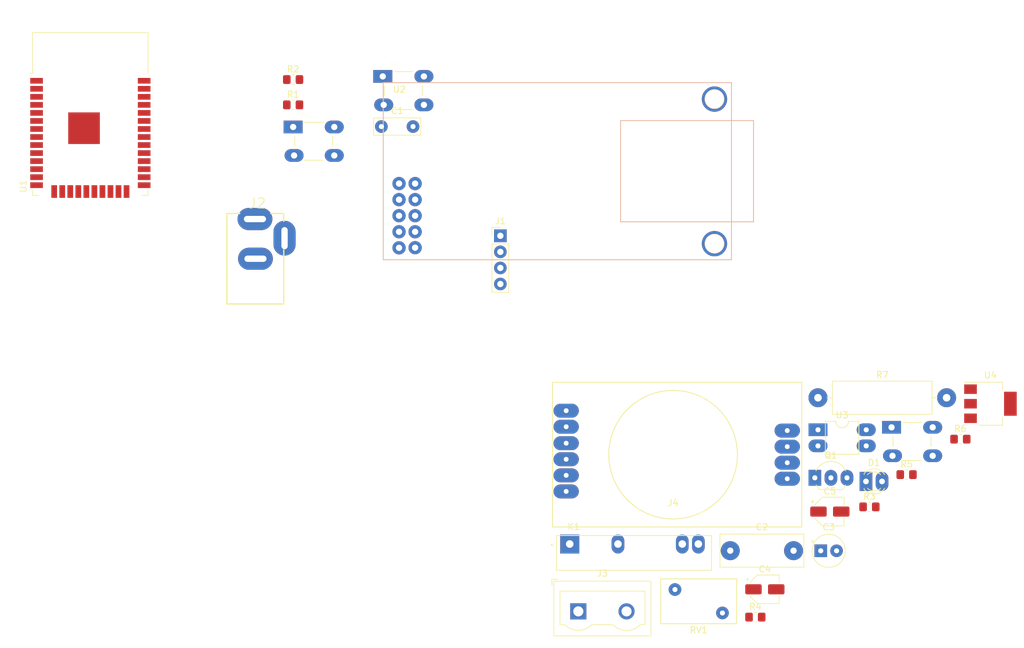
<source format=kicad_pcb>
(kicad_pcb (version 20211014) (generator pcbnew)
  (layers (0 "F.Cu" signal) (31 "B.Cu" signal) (34 "B.Paste" user) (35 "F.Paste" user) (36 "B.SilkS" user "B.Silkscreen") (37 "F.SilkS" user "F.Silkscreen") (38 "B.Mask" user) (39 "F.Mask" user) (44 "Edge.Cuts" user))
  (net 0 "")
  (net 1 "RX_Uploader")
  (net 2 "+3V3")
  (net 3 "Button_EN")
  (net 9 "/VAC-OUT2")
  (net 13 "/AC_SENS_IN_1")
  (net 24 "Button_boot")
  (net 26 "SENSOR1")
  (net 28 "+5V")
  (net 29 "Net-(D1-Pad2)")
  (net 30 "Net-(D1-Pad1)")
  (net 32 "AC")
  (net 33 "TX_Uploader")
  (net 34 "SCL_RTC")
  (net 35 "SDA_RTC")
  (net 36 "GND")
  (net 44 "VAC")
  (net 45 "Net-(Q1-Pad2)")
  (net 46 "Button_Reset")
  (net 47 "OUT1")
  (net 48 "/AC_SENS_OUT_1")
  (net 51 "SCS_LAN")
  (net 52 "RST_LAN")
  (net 53 "CLK")
  (net 54 "MOSI")
  (net 55 "MISO")
  (footprint "Resistor_SMD:R_0805_2012Metric_Pad1.20x1.40mm_HandSolder" (layer "F.Cu") (at 231.549 145.379)
    (fp_text reference "R4" (at 0 -1.65) (layer "F.SilkS"))
    (fp_text value "1k")
    (fp_line (start -0.227064 -0.735) (end 0.227064 -0.735) (layer "F.SilkS") (width 0.12))
    (fp_line (start -0.227064 0.735) (end 0.227064 0.735) (layer "F.SilkS") (width 0.12))
    (pad "1" smd roundrect (at -1 0) (size 1.2 1.4) (layers "F.Cu" "F.Paste" "F.Mask") (roundrect_rratio 0.208333) (net 28 "+5V"))
    (pad "2" smd roundrect (at 1 0) (size 1.2 1.4) (layers "F.Cu" "F.Paste" "F.Mask") (roundrect_rratio 0.208333) (net 29 "Net-(D1-Pad2)"))
  )
  (footprint "custom-footprint:CP_Radial_Tantal_D5.0mm_P2.50mm" (layer "F.Cu") (at 241.878775 134.889)
    (fp_text reference "C3" (at 1.25 -3.75) (layer "F.SilkS"))
    (fp_text value "1uF/16V")
    (fp_line (start -1.304775 -1.725) (end -1.304775 -1.225) (layer "F.SilkS") (width 0.12))
    (fp_line (start -1.554775 -1.475) (end -1.054775 -1.475) (layer "F.SilkS") (width 0.12))
    (fp_circle (center 1.25 0) (end 3.87 0) (layer "F.SilkS") (width 0.12) (fill none))
    (pad "1" thru_hole rect locked (at 0 0) (size 2 2) (drill 0.8) (layers *.Cu *.Mask) (net 26 "SENSOR1"))
    (pad "2" thru_hole circle locked (at 2.5 0) (size 2 2) (drill 0.8) (layers *.Cu *.Mask) (net 36 "GND"))
  )
  (footprint "custom-footprint:TO-92_Inline_Wide" (layer "F.Cu") (at 240.944 123.354)
    (fp_text reference "Q1" (at 2.54 -3.56) (layer "F.SilkS"))
    (fp_text value "BC547")
    (fp_line (start 0.74 1.85) (end 4.34 1.85) (layer "F.SilkS") (width 0.12))
    (fp_arc (start 4.864184 1.122795) (mid 4.633903 1.509328) (end 4.34 1.85) (layer "F.SilkS") (width 0.12))
    (fp_arc (start 0.74 1.85) (mid 0.446097 1.509328) (end 0.215816 1.122795) (layer "F.SilkS") (width 0.12))
    (fp_arc (start 0.1836 -1.098807) (mid 1.143021 -2.192817) (end 2.54 -2.6) (layer "F.SilkS") (width 0.12))
    (fp_arc (start 2.54 -2.6) (mid 3.936979 -2.192818) (end 4.8964 -1.098807) (layer "F.SilkS") (width 0.12))
    (pad "1" thru_hole rect locked (at 0 0) (size 2 2.5) (drill 0.8) (layers *.Cu *.Mask) (net 30 "Net-(D1-Pad1)"))
    (pad "2" thru_hole oval locked (at 2.54 0) (size 2 2.5) (drill 0.8) (layers *.Cu *.Mask) (net 45 "Net-(Q1-Pad2)"))
    (pad "3" thru_hole oval locked (at 5.08 0) (size 2 2.5) (drill 0.8) (layers *.Cu *.Mask) (net 36 "GND"))
  )
  (footprint "Resistor_SMD:R_0805_2012Metric_Pad1.20x1.40mm_HandSolder" (layer "F.Cu") (at 249.569 127.949)
    (fp_text reference "R3" (at 0 -1.65) (layer "F.SilkS"))
    (fp_text value "10K")
    (fp_line (start -0.227064 0.735) (end 0.227064 0.735) (layer "F.SilkS") (width 0.12))
    (fp_line (start -0.227064 -0.735) (end 0.227064 -0.735) (layer "F.SilkS") (width 0.12))
    (pad "1" smd roundrect (at -1 0) (size 1.2 1.4) (layers "F.Cu" "F.Paste" "F.Mask") (roundrect_rratio 0.208333) (net 46 "Button_Reset"))
    (pad "2" smd roundrect (at 1 0) (size 1.2 1.4) (layers "F.Cu" "F.Paste" "F.Mask") (roundrect_rratio 0.208333) (net 2 "+3V3"))
  )
  (footprint "custom-footprint:TE_3-1825910-1" (layer "F.Cu") (at 256.314 117.624)
    (fp_text reference "SW3" (at -1.219648 -4.182039 -180) (layer "F.SilkS") (effects (font (size 0.640864 0.640864) (thickness 0.015))))
    (fp_text value "MODE")
    (fp_line (start 3 -0.75) (end 3 0.75) (layer "F.SilkS") (width 0.127))
    (fp_line (start -1.5 3) (end 1.5 3) (layer "F.SilkS") (width 0.127))
    (fp_line (start -3 0.75) (end -3 -0.75) (layer "F.SilkS") (width 0.127))
    (fp_line (start -1.5 -3) (end 1.5 -3) (layer "F.SilkS") (width 0.127))
    (pad "1" thru_hole rect locked (at -3.25 -2.25) (size 3 2) (drill 0.99) (layers *.Cu *.Mask) (net 46 "Button_Reset"))
    (pad "2" thru_hole oval locked (at 3.25 -2.25) (size 3 2) (drill 0.99) (layers *.Cu *.Mask))
    (pad "3" thru_hole oval locked (at -3.1 2.25) (size 3 2) (drill 0.99) (layers *.Cu *.Mask) (net 36 "GND"))
    (pad "4" thru_hole oval locked (at 3.25 2.25) (size 3 2) (drill 0.99) (layers *.Cu *.Mask))
  )
  (footprint "Capacitor_SMD:CP_Elec_4x3.9" (layer "F.Cu") (at 233.049 140.979)
    (fp_text reference "C4" (at 0 -3.2) (layer "F.SilkS"))
    (fp_text value "10uf")
    (fp_line (start -1.195563 2.26) (end 2.26 2.26) (layer "F.SilkS") (width 0.12))
    (fp_line (start -2.26 1.195563) (end -2.26 1.06) (layer "F.SilkS") (width 0.12))
    (fp_line (start -3 -1.56) (end -2.5 -1.56) (layer "F.SilkS") (width 0.12))
    (fp_line (start -2.75 -1.81) (end -2.75 -1.31) (layer "F.SilkS") (width 0.12))
    (fp_line (start -2.26 1.195563) (end -1.195563 2.26) (layer "F.SilkS") (width 0.12))
    (fp_line (start -2.26 -1.195563) (end -1.195563 -2.26) (layer "F.SilkS") (width 0.12))
    (fp_line (start 2.26 -2.26) (end 2.26 -1.06) (layer "F.SilkS") (width 0.12))
    (fp_line (start 2.26 2.26) (end 2.26 1.06) (layer "F.SilkS") (width 0.12))
    (fp_line (start -2.26 -1.195563) (end -2.26 -1.06) (layer "F.SilkS") (width 0.12))
    (fp_line (start -1.195563 -2.26) (end 2.26 -2.26) (layer "F.SilkS") (width 0.12))
    (pad "1" smd roundrect (at -1.8 0) (size 2.6 1.6) (layers "F.Cu" "F.Paste" "F.Mask") (roundrect_rratio 0.15625) (net 28 "+5V"))
    (pad "2" smd roundrect (at 1.8 0) (size 2.6 1.6) (layers "F.Cu" "F.Paste" "F.Mask") (roundrect_rratio 0.15625) (net 36 "GND"))
  )
  (footprint "custom-footprint:C_Rect_L13.0mm_W5.0mm_P10.00mm_FKS3_FKP3_MKS4" (layer "F.Cu") (at 227.584 134.874)
    (fp_text reference "C2" (at 5 -3.75) (layer "F.SilkS"))
    (fp_text value "47nF/275V")
    (fp_line (start -1.62 -2.62) (end -1.62 2.62) (layer "F.SilkS") (width 0.12))
    (fp_line (start -1.62 -2.62) (end 11.62 -2.62) (layer "F.SilkS") (width 0.12))
    (fp_line (start -1.62 2.62) (end 11.62 2.62) (layer "F.SilkS") (width 0.12))
    (fp_line (start 11.62 -2.62) (end 11.62 2.62) (layer "F.SilkS") (width 0.12))
    (pad "1" thru_hole circle locked (at 0 0) (size 3 3) (drill 1) (layers *.Cu *.Mask) (net 13 "/AC_SENS_IN_1"))
    (pad "2" thru_hole circle locked (at 10 0) (size 3 3) (drill 1) (layers *.Cu *.Mask) (net 9 "/VAC-OUT2"))
  )
  (footprint "custom-footprint:TE_3-1825910-1" (layer "F.Cu") (at 161.776 70.138)
    (fp_text reference "SW1" (at -1.219648 -4.182039 -180) (layer "F.SilkS") (effects (font (size 0.640864 0.640864) (thickness 0.015))))
    (fp_text value "BOOT")
    (fp_line (start -3 0.75) (end -3 -0.75) (layer "F.SilkS") (width 0.127))
    (fp_line (start 3 -0.75) (end 3 0.75) (layer "F.SilkS") (width 0.127))
    (fp_line (start -1.5 3) (end 1.5 3) (layer "F.SilkS") (width 0.127))
    (fp_line (start -1.5 -3) (end 1.5 -3) (layer "F.SilkS") (width 0.127))
    (pad "1" thru_hole rect locked (at -3.25 -2.25) (size 3 2) (drill 0.99) (layers *.Cu *.Mask) (net 24 "Button_boot"))
    (pad "2" thru_hole oval locked (at 3.25 -2.25) (size 3 2) (drill 0.99) (layers *.Cu *.Mask))
    (pad "3" thru_hole oval locked (at -3.1 2.25) (size 3 2) (drill 0.99) (layers *.Cu *.Mask) (net 36 "GND"))
    (pad "4" thru_hole oval locked (at 3.25 2.25) (size 3 2) (drill 0.99) (layers *.Cu *.Mask))
  )
  (footprint "TerminalBlock:TerminalBlock_Wuerth_691311400102_P7.62mm" (layer "F.Cu") (at 203.579 144.469)
    (fp_text reference "J3" (at 3.81 -6) (layer "F.SilkS"))
    (fp_text value "OUTPUT1")
    (fp_line (start 10.53 2.1) (end 10.53 -3.2) (layer "F.SilkS") (width 0.12))
    (fp_line (start -3.87 3.87) (end -3.87 -4.77) (layer "F.SilkS") (width 0.12))
    (fp_line (start -2.89 2.1) (end -2.14 2.1) (layer "F.SilkS") (width 0.12))
    (fp_line (start -2.89 -3.2) (end -2.89 2.1) (layer "F.SilkS") (width 0.12))
    (fp_line (start -4.17 -5.07) (end -3.17 -5.07) (layer "F.SilkS") (width 0.12))
    (fp_line (start 10.53 -3.2) (end -2.89 -3.2) (layer "F.SilkS") (width 0.12))
    (fp_line (start 11.49 3.87) (end -3.87 3.87) (layer "F.SilkS") (width 0.12))
    (fp_line (start -4.17 -5.07) (end -4.17 -4.07) (layer "F.SilkS") (width 0.12))
    (fp_line (start 11.49 -4.77) (end 11.49 3.87) (layer "F.SilkS") (width 0.12))
    (fp_line (start 2.14 2.1) (end 5.46 2.1) (layer "F.SilkS") (width 0.12))
    (fp_line (start 9.78 2.1) (end 10.53 2.1) (layer "F.SilkS") (width 0.12))
    (fp_line (start -3.86 -4.77) (end 11.49 -4.77) (layer "F.SilkS") (width 0.12))
    (fp_arc (start 2.140696 2.099291) (mid 0.000497 2.998266) (end -2.14 2.1) (layer "F.SilkS") (width 0.12))
    (fp_arc (start 9.779492 2.100522) (mid 7.619636 3.012573) (end 5.46 2.1) (layer "F.SilkS") (width 0.12))
    (pad "1" thru_hole rect (at 0 0) (size 2.54 2.54) (drill 1.6) (layers *.Cu *.Mask) (net 9 "/VAC-OUT2"))
    (pad "2" thru_hole circle (at 7.62 0) (size 2.54 2.54) (drill 1.6) (layers *.Cu *.Mask) (net 32 "AC"))
  )
  (footprint "custom-footprint:DIP-4_W7.62mm" (layer "F.Cu") (at 241.444 115.764)
    (fp_text reference "U3" (at 3.81 -2.33) (layer "F.SilkS"))
    (fp_text value "PC817")
    (fp_line (start 2.81 -1.33) (end 1.16 -1.33) (layer "F.SilkS") (width 0.12))
    (fp_line (start 1.16 3.87) (end 6.46 3.87) (layer "F.SilkS") (width 0.12))
    (fp_line (start 6.46 -1.33) (end 4.81 -1.33) (layer "F.SilkS") (width 0.12))
    (fp_line (start 6.46 3.87) (end 6.46 -1.33) (layer "F.SilkS") (width 0.12))
    (fp_line (start 1.16 -1.33) (end 1.16 3.87) (layer "F.SilkS") (width 0.12))
    (fp_arc (start 4.81 -1.33) (mid 3.81 -0.33) (end 2.81 -1.33) (layer "F.SilkS") (width 0.12))
    (pad "1" thru_hole rect locked (at 0 0) (size 3 2) (drill 0.8) (layers *.Cu *.Mask) (net 13 "/AC_SENS_IN_1"))
    (pad "2" thru_hole oval locked (at 0 2.54) (size 3 2) (drill 0.8) (layers *.Cu *.Mask) (net 48 "/AC_SENS_OUT_1"))
    (pad "3" thru_hole oval locked (at 7.62 2.54) (size 3 2) (drill 0.8) (layers *.Cu *.Mask) (net 36 "GND"))
    (pad "4" thru_hole oval locked (at 7.62 0) (size 3 2) (drill 0.8) (layers *.Cu *.Mask) (net 26 "SENSOR1"))
  )
  (footprint "custom-footprint:RV_Disc_D12mm_W7.1mm_P7.5mm" (layer "F.Cu") (at 218.849 141.019)
    (fp_text reference "RV1" (at 3.75 6.4) (layer "F.SilkS"))
    (fp_text value "14N471K")
    (fp_line (start 9.75 -1.7) (end 9.75 5.4) (layer "F.SilkS") (width 0.15))
    (fp_line (start -2.25 -1.7) (end -2.25 5.4) (layer "F.SilkS") (width 0.15))
    (fp_line (start -2.25 -1.7) (end 9.75 -1.7) (layer "F.SilkS") (width 0.15))
    (fp_line (start -2.25 5.4) (end 9.75 5.4) (layer "F.SilkS") (width 0.15))
    (pad "1" thru_hole circle locked (at 0 0) (size 2 2) (drill 0.8) (layers *.Cu *.Mask) (net 32 "AC"))
    (pad "2" thru_hole circle locked (at 7.5 3.7) (size 2 2) (drill 0.8) (layers *.Cu *.Mask) (net 9 "/VAC-OUT2"))
  )
  (footprint "custom-footprint:ethernet-w5500-wiznet" (layer "F.Cu") (at 172.767 88.875)
    (fp_text reference "U2" (at 2.54 -26.924) (layer "F.SilkS"))
    (fp_text value "w5500-wiznet")
    (fp_line (start 0 -28) (end 0 0) (layer "B.SilkS") (width 0.12))
    (fp_line (start 0 0) (end 55 0) (layer "B.SilkS") (width 0.12))
    (fp_line (start 55 -28) (end 55 0) (layer "B.SilkS") (width 0.12))
    (fp_line (start 0 -28) (end 55 -28) (layer "B.SilkS") (width 0.12))
    (fp_line (start 58.5 -6) (end 58.5 -22) (layer "B.SilkS") (width 0.12))
    (fp_line (start 37.5 -6) (end 58.5 -6) (layer "B.SilkS") (width 0.12))
    (fp_line (start 37.5 -6) (end 37.5 -22) (layer "B.SilkS") (width 0.12))
    (fp_line (start 37.5 -22) (end 58.5 -22) (layer "B.SilkS") (width 0.12))
    (fp_circle (center 52.324 -25.4) (end 53.824 -25.4) (layer "B.SilkS") (width 0.12) (fill none))
    (fp_circle (center 52.324 -2.54) (end 53.824 -2.54) (layer "B.SilkS") (width 0.12) (fill none))
    (fp_line (start 37.5 -6) (end 37.5 -22) (layer "F.SilkS") (width 0.12))
    (fp_line (start 37.5 -22) (end 58.5 -22) (layer "F.SilkS") (width 0.12))
    (fp_line (start 37.5 -6) (end 58.5 -6) (layer "F.SilkS") (width 0.12))
    (fp_line (start 0 -28) (end 55 -28) (layer "F.SilkS") (width 0.12))
    (fp_line (start 55 -28) (end 55 0) (layer "F.SilkS") (width 0.12))
    (fp_line (start 0 -28) (end 0 0) (layer "F.SilkS") (width 0.12))
    (fp_line (start 0 0) (end 55 0) (layer "F.SilkS") (width 0.12))
    (fp_line (start 58.5 -6) (end 58.5 -22) (layer "F.SilkS") (width 0.12))
    (fp_circle (center 52.324 -25.4) (end 53.824 -25.4) (layer "F.SilkS") (width 0.12) (fill none))
    (fp_circle (center 52.324 -2.54) (end 53.824 -2.54) (layer "F.SilkS") (width 0.12) (fill none))
    (pad "" thru_hole circle locked (at 52.324 -2.54) (size 4 4) (drill 3) (layers *.Cu *.Mask))
    (pad "" thru_hole circle locked (at 52.324 -25.4) (size 4 4) (drill 3) (layers *.Cu *.Mask))
    (pad "1" thru_hole oval locked (at 2.4905 -12.041 90) (size 2.1 2.1) (drill 1) (layers *.Cu *.Mask))
    (pad "2" thru_hole oval locked (at 2.4905 -9.501 90) (size 2.1 2.1) (drill 1) (layers *.Cu *.Mask))
    (pad "3" thru_hole oval locked (at 2.4905 -6.961 90) (size 2.1 2.1) (drill 1) (layers *.Cu *.Mask) (net 52 "RST_LAN"))
    (pad "4" thru_hole oval locked (at 2.4905 -4.421 90) (size 2.1 2.1) (drill 1) (layers *.Cu *.Mask) (net 36 "GND"))
    (pad "5" thru_hole oval locked (at 2.4905 -1.881 90) (size 2.1 2.1) (drill 1) (layers *.Cu *.Mask))
    (pad "6" thru_hole oval locked (at 5.0305 -12.041 90) (size 2.1 2.1) (drill 1) (layers *.Cu *.Mask) (net 53 "CLK"))
    (pad "7" thru_hole oval locked (at 5.0305 -9.501 90) (size 2.1 2.1) (drill 1) (layers *.Cu *.Mask) (net 51 "SCS_LAN"))
    (pad "8" thru_hole oval locked (at 5.0305 -6.961 90) (size 2.1 2.1) (drill 1) (layers *.Cu *.Mask) (net 54 "MOSI"))
    (pad "9" thru_hole oval locked (at 5.0305 -4.421 90) (size 2.1 2.1) (drill 1) (layers *.Cu *.Mask) (net 55 "MISO"))
    (pad "10" thru_hole oval locked (at 5.0305 -1.905 90) (size 2.1 2.1) (drill 1) (layers *.Cu *.Mask) (net 2 "+3V3"))
  )
  (footprint "Resistor_SMD:R_0805_2012Metric_Pad1.20x1.40mm_HandSolder" (layer "F.Cu") (at 158.526 60.388)
    (fp_text reference "R2" (at 0 -1.65) (layer "F.SilkS"))
    (fp_text value "10k")
    (fp_line (start -0.227064 -0.735) (end 0.227064 -0.735) (layer "F.SilkS") (width 0.12))
    (fp_line (start -0.227064 0.735) (end 0.227064 0.735) (layer "F.SilkS") (width 0.12))
    (pad "1" smd roundrect (at -1 0) (size 1.2 1.4) (layers "F.Cu" "F.Paste" "F.Mask") (roundrect_rratio 0.208333) (net 2 "+3V3"))
    (pad "2" smd roundrect (at 1 0) (size 1.2 1.4) (layers "F.Cu" "F.Paste" "F.Mask") (roundrect_rratio 0.208333) (net 3 "Button_EN"))
  )
  (footprint "custom-footprint:C_Rect_L7.2mm_W2.5mm_P5.00mm_FKS2_FKP2_MKS2_MKP2" (layer "F.Cu") (at 172.466 67.818)
    (fp_text reference "C1" (at 2.5 -2.5) (layer "F.SilkS"))
    (fp_text value "0.1uf/275v")
    (fp_line (start -1.22 -1.37) (end 6.22 -1.37) (layer "F.SilkS") (width 0.12))
    (fp_line (start -1.22 1.37) (end 6.22 1.37) (layer "F.SilkS") (width 0.12))
    (fp_line (start 6.22 -1.37) (end 6.22 1.37) (layer "F.SilkS") (width 0.12))
    (fp_line (start -1.22 -1.37) (end -1.22 1.37) (layer "F.SilkS") (width 0.12))
    (pad "1" thru_hole oval locked (at 0 0) (size 2 2) (drill 0.8) (layers *.Cu *.Mask) (net 3 "Button_EN"))
    (pad "2" thru_hole oval locked (at 5 0) (size 2 2) (drill 0.8) (layers *.Cu *.Mask) (net 36 "GND"))
  )
  (footprint "Resistor_SMD:R_0805_2012Metric_Pad1.20x1.40mm_HandSolder" (layer "F.Cu") (at 255.439 122.849)
    (fp_text reference "R5" (at 0 -1.65) (layer "F.SilkS"))
    (fp_text value "1K")
    (fp_line (start -0.227064 -0.735) (end 0.227064 -0.735) (layer "F.SilkS") (width 0.12))
    (fp_line (start -0.227064 0.735) (end 0.227064 0.735) (layer "F.SilkS") (width 0.12))
    (pad "1" smd roundrect (at -1 0) (size 1.2 1.4) (layers "F.Cu" "F.Paste" "F.Mask") (roundrect_rratio 0.208333) (net 45 "Net-(Q1-Pad2)"))
    (pad "2" smd roundrect (at 1 0) (size 1.2 1.4) (layers "F.Cu" "F.Paste" "F.Mask") (roundrect_rratio 0.208333) (net 47 "OUT1"))
  )
  (footprint "custom-footprint:GCT_DCJ200-10-A-XX-X_REVA" (layer "F.Cu") (at 152.547 88.715)
    (fp_text reference "J2" (at 0.33015 -8.77006) (layer "F.SilkS") (effects (font (size 1.60074 1.60074))))
    (fp_text value "DC_INPUT")
    (fp_line (start -4.5 7.15) (end 4.5 7.15) (layer "F.SilkS") (width 0.2))
    (fp_line (start -2.45 -7.15) (end -4.5 -7.15) (layer "F.SilkS") (width 0.2))
    (fp_line (start 4.5 7.15) (end 4.5 -1.4) (layer "F.SilkS") (width 0.2))
    (fp_line (start -4.5 -7.15) (end -4.5 7.15) (layer "F.SilkS") (width 0.2))
    (fp_line (start 2.45 -7.15) (end 4.5 -7.15) (layer "F.SilkS") (width 0.2))
    (fp_line (start 4.5 -7.15) (end 4.5 -5.9) (layer "F.SilkS") (width 0.2))
    (pad "1" thru_hole oval (at -0.0508 -6.2738) (size 5.5 3.5) (drill oval 3.5 1) (layers *.Cu *.Mask) (net 28 "+5V"))
    (pad "2" thru_hole oval (at 0.0254 0) (size 5.5 3.5) (drill oval 3.5 1) (layers *.Cu *.Mask) (net 36 "GND"))
    (pad "3" thru_hole oval (at 4.6228 -3.2512 90) (size 5.5 3.5) (drill oval 3.5 1) (layers *.Cu *.Mask) (net 36 "GND"))
  )
  (footprint "custom-footprint:LED_D3.0.0mm" (layer "F.Cu") (at 249.024 123.924)
    (fp_text reference "D1" (at 1.27 -2.96) (layer "F.SilkS"))
    (fp_text value "OUT1")
    (fp_line (start -0.29 1.08) (end -0.29 1.236) (layer "F.SilkS") (width 0.12))
    (fp_line (start -0.29 -1.236) (end -0.29 -1.08) (layer "F.SilkS") (width 0.12))
    (fp_arc (start 2.31113 1.079837) (mid 1.270117 1.5) (end 0.229039 1.08) (layer "F.SilkS") (width 0.12))
    (fp_arc (start 2.942335 1.078608) (mid 1.366487 1.987659) (end -0.29 1.235516) (layer "F.SilkS") (width 0.12))
    (fp_arc (start -0.29 -1.235516) (mid 1.366487 -1.987659) (end 2.942335 -1.078608) (layer "F.SilkS") (width 0.12))
    (fp_arc (start 0.229039 -1.08) (mid 1.270117 -1.5) (end 2.31113 -1.079837) (layer "F.SilkS") (width 0.12))
    (pad "1" thru_hole rect locked (at 0 0) (size 2 3) (drill 0.9) (layers *.Cu *.Mask) (net 30 "Net-(D1-Pad1)"))
    (pad "2" thru_hole oval locked (at 2.54 0) (size 2 3) (drill 0.9) (layers *.Cu *.Mask) (net 29 "Net-(D1-Pad2)"))
  )
  (footprint "Capacitor_SMD:CP_Elec_4x3.9" (layer "F.Cu") (at 243.319 128.689)
    (fp_text reference "C5" (at 0 -3.2) (layer "F.SilkS"))
    (fp_text value "10uf")
    (fp_line (start -1.195563 2.26) (end 2.26 2.26) (layer "F.SilkS") (width 0.12))
    (fp_line (start -2.75 -1.81) (end -2.75 -1.31) (layer "F.SilkS") (width 0.12))
    (fp_line (start -2.26 -1.195563) (end -1.195563 -2.26) (layer "F.SilkS") (width 0.12))
    (fp_line (start 2.26 -2.26) (end 2.26 -1.06) (layer "F.SilkS") (width 0.12))
    (fp_line (start -1.195563 -2.26) (end 2.26 -2.26) (layer "F.SilkS") (width 0.12))
    (fp_line (start -3 -1.56) (end -2.5 -1.56) (layer "F.SilkS") (width 0.12))
    (fp_line (start -2.26 -1.195563) (end -2.26 -1.06) (layer "F.SilkS") (width 0.12))
    (fp_line (start -2.26 1.195563) (end -2.26 1.06) (layer "F.SilkS") (width 0.12))
    (fp_line (start -2.26 1.195563) (end -1.195563 2.26) (layer "F.SilkS") (width 0.12))
    (fp_line (start 2.26 2.26) (end 2.26 1.06) (layer "F.SilkS") (width 0.12))
    (pad "1" smd roundrect (at -1.8 0) (size 2.6 1.6) (layers "F.Cu" "F.Paste" "F.Mask") (roundrect_rratio 0.15625) (net 2 "+3V3"))
    (pad "2" smd roundrect (at 1.8 0) (size 2.6 1.6) (layers "F.Cu" "F.Paste" "F.Mask") (roundrect_rratio 0.15625) (net 36 "GND"))
  )
  (footprint "Package_TO_SOT_SMD:SOT-223-3_TabPin2" (layer "F.Cu") (at 268.689 111.639)
    (fp_text reference "U4" (at 0 -4.5) (layer "F.SilkS"))
    (fp_text value "AMS1117-3.3")
    (fp_line (start -1.85 3.41) (end 1.91 3.41) (layer "F.SilkS") (width 0.12))
    (fp_line (start 1.91 -3.41) (end 1.91 -2.15) (layer "F.SilkS") (width 0.12))
    (fp_line (start -4.1 -3.41) (end 1.91 -3.41) (layer "F.SilkS") (width 0.12))
    (fp_line (start 1.91 3.41) (end 1.91 2.15) (layer "F.SilkS") (width 0.12))
    (pad "1" smd rect (at -3.15 -2.3) (size 2 1.5) (layers "F.Cu" "F.Paste" "F.Mask") (net 36 "GND"))
    (pad "2" smd rect (at 3.15 0) (size 2 3.8) (layers "F.Cu" "F.Paste" "F.Mask") (net 2 "+3V3"))
    (pad "2" smd rect (at -3.15 0) (size 2 1.5) (layers "F.Cu" "F.Paste" "F.Mask") (net 2 "+3V3"))
    (pad "3" smd rect (at -3.15 2.3) (size 2 1.5) (layers "F.Cu" "F.Paste" "F.Mask") (net 28 "+5V"))
  )
  (footprint "custom-footprint:PinHeader_1x04_P2.54mm_Vertical" (layer "F.Cu") (at 191.262 85.09)
    (fp_text reference "J1" (at 0 -2.33) (layer "F.SilkS"))
    (fp_text value "Uploader")
    (fp_line (start -1.33 1.27) (end -1.33 8.95) (layer "F.SilkS") (width 0.12))
    (fp_line (start -1.33 -1.33) (end 0 -1.33) (layer "F.SilkS") (width 0.12))
    (fp_line (start 1.33 1.27) (end 1.33 8.95) (layer "F.SilkS") (width 0.12))
    (fp_line (start -1.33 1.27) (end 1.33 1.27) (layer "F.SilkS") (width 0.12))
    (fp_line (start -1.33 8.95) (end 1.33 8.95) (layer "F.SilkS") (width 0.12))
    (fp_line (start -1.33 0) (end -1.33 -1.33) (layer "F.SilkS") (width 0.12))
    (pad "1" thru_hole rect (at 0 0) (size 2 2) (drill 1) (layers *.Cu *.Mask) (net 2 "+3V3"))
    (pad "2" thru_hole oval (at 0 2.54) (size 2 2) (drill 1) (layers *.Cu *.Mask) (net 1 "RX_Uploader"))
    (pad "3" thru_hole oval (at 0 5.08) (size 2 2) (drill 1) (layers *.Cu *.Mask) (net 33 "TX_Uploader"))
    (pad "4" thru_hole oval (at 0 7.62 2) (size 2 2) (drill 1) (layers *.Cu *.Mask) (net 36 "GND"))
  )
  (footprint "custom-footprint:RTC_DS3231" (layer "F.Cu") (at 199.504 108.264)
    (fp_text reference "J4" (at 19.05 19.05 180) (layer "F.SilkS"))
    (fp_text value "RTC_CON" hide)
    (fp_line (start 0 22.86) (end 39.37 22.86) (layer "F.SilkS") (width 0.15))
    (fp_line (start 0 0) (end 39.37 0) (layer "F.SilkS") (width 0.15))
    (fp_line (start 39.37 0) (end 39.37 22.86) (layer "F.SilkS") (width 0.15))
    (fp_line (start 0 0) (end 0 22.86) (layer "F.SilkS") (width 0.15))
    (fp_circle (center 19.05 11.43) (end 19.05 21.59) (layer "F.SilkS") (width 0.15) (fill none))
    (pad "" thru_hole oval locked (at 2.159 17.2395) (size 4 2.2) (drill 0.762) (layers *.Cu *.Mask))
    (pad "" thru_hole oval locked (at 2.159 14.6995) (size 4 2.2) (drill 0.762) (layers *.Cu *.Mask))
    (pad "1" thru_hole oval locked (at 2.159 4.476) (size 4 2.2) (drill 0.762) (layers *.Cu *.Mask) (net 36 "GND"))
    (pad "1" thru_hole oval locked (at 37.084 7.62) (size 4 2.2) (drill 0.762) (layers *.Cu *.Mask) (net 36 "GND"))
    (pad "2" thru_hole oval locked (at 37.084 10.16) (size 4 2.2) (drill 0.762) (layers *.Cu *.Mask) (net 2 "+3V3"))
    (pad "2" thru_hole oval locked (at 2.159 7.016) (size 4 2.2) (drill 0.762) (layers *.Cu *.Mask) (net 2 "+3V3"))
    (pad "3" thru_hole oval locked (at 37.084 12.7) (size 4 2.2) (drill 0.762) (layers *.Cu *.Mask) (net 35 "SDA_RTC"))
    (pad "3" thru_hole oval locked (at 2.159 9.6195) (size 4 2.2) (drill 0.762) (layers *.Cu *.Mask) (net 35 "SDA_RTC"))
    (pad "4" thru_hole oval locked (at 2.159 12.1595) (size 4 2.2) (drill 0.762) (layers *.Cu *.Mask) (net 34 "SCL_RTC"))
    (pad "4" thru_hole oval locked (at 37.084 15.24) (size 4 2.2) (drill 0.762) (layers *.Cu *.Mask) (net 34 "SCL_RTC"))
  )
  (footprint "custom-footprint:R_Axial_DIN0516_L15.5mm_D5.0mm_P20.32mm_Horizontal" (layer "F.Cu") (at 241.444 110.694)
    (fp_text reference "R7" (at 10.16 -3.62) (layer "F.SilkS"))
    (fp_text value "47K/2W")
    (fp_line (start 18.03 -2.62) (end 2.29 -2.62) (layer "F.SilkS") (width 0.12))
    (fp_line (start 2.29 2.62) (end 18.03 2.62) (layer "F.SilkS") (width 0.12))
    (fp_line (start 2.29 -2.62) (end 2.29 2.62) (layer "F.SilkS") (width 0.12))
    (fp_line (start 18.03 2.62) (end 18.03 -2.62) (layer "F.SilkS") (width 0.12))
    (fp_line (start 1.44 0) (end 2.29 0) (layer "F.SilkS") (width 0.12))
    (fp_line (start 18.88 0) (end 18.03 0) (layer "F.SilkS") (width 0.12))
    (pad "1" thru_hole circle (at 0 0) (size 3 3) (drill 1.2) (layers *.Cu *.Mask) (net 48 "/AC_SENS_OUT_1"))
    (pad "2" thru_hole oval (at 20.32 0) (size 3 3) (drill 1.2) (layers *.Cu *.Mask) (net 32 "AC"))
  )
  (footprint "custom-footprint:TE_3-1825910-1" (layer "F.Cu") (at 175.936 62.138)
    (fp_text reference "SW2" (at -1.219648 -4.182039 -180) (layer "F.SilkS") (effects (font (size 0.640864 0.640864) (thickness 0.015))))
    (fp_text value "RESET")
    (fp_line (start -3 0.75) (end -3 -0.75) (layer "F.SilkS") (width 0.127))
    (fp_line (start -1.5 3) (end 1.5 3) (layer "F.SilkS") (width 0.127))
    (fp_line (start 3 -0.75) (end 3 0.75) (layer "F.SilkS") (width 0.127))
    (fp_line (start -1.5 -3) (end 1.5 -3) (layer "F.SilkS") (width 0.127))
    (pad "1" thru_hole rect locked (at -3.25 -2.25) (size 3 2) (drill 0.99) (layers *.Cu *.Mask) (net 3 "Button_EN"))
    (pad "2" thru_hole oval locked (at 3.25 -2.25) (size 3 2) (drill 0.99) (layers *.Cu *.Mask))
    (pad "3" thru_hole oval locked (at -3.1 2.25) (size 3 2) (drill 0.99) (layers *.Cu *.Mask) (net 36 "GND"))
    (pad "4" thru_hole oval locked (at 3.25 2.25) (size 3 2) (drill 0.99) (layers *.Cu *.Mask))
  )
  (footprint "Resistor_SMD:R_0805_2012Metric_Pad1.20x1.40mm_HandSolder" (layer "F.Cu") (at 158.526 64.388)
    (fp_text reference "R1" (at 0 -1.65) (layer "F.SilkS"))
    (fp_text value "10k")
    (fp_line (start -0.227064 0.735) (end 0.227064 0.735) (layer "F.SilkS") (width 0.12))
    (fp_line (start -0.227064 -0.735) (end 0.227064 -0.735) (layer "F.SilkS") (width 0.12))
    (pad "1" smd roundrect (at -1 0) (size 1.2 1.4) (layers "F.Cu" "F.Paste" "F.Mask") (roundrect_rratio 0.208333) (net 2 "+3V3"))
    (pad "2" smd roundrect (at 1 0) (size 1.2 1.4) (layers "F.Cu" "F.Paste" "F.Mask") (roundrect_rratio 0.208333) (net 24 "Button_boot"))
  )
  (footprint "custom-footprint:RELAY_G3MB-202PDC5_SSR" (layer "F.Cu") (at 212.384 135.219)
    (fp_text reference "K1" (at -9.525 -4.135) (layer "F.SilkS"))
    (fp_text value "G3MB-202PDC5")
    (fp_line (start 12.25 2.75) (end 12.25 -2.75) (layer "F.SilkS") (width 0.127))
    (fp_line (start -12.25 2.75) (end 12.25 2.75) (layer "F.SilkS") (width 0.127))
    (fp_line (start -12.25 -2.75) (end -12.25 2.75) (layer "F.SilkS") (width 0.127))
    (fp_line (start 12.25 -2.75) (end -12.25 -2.75) (layer "F.SilkS") (width 0.127))
    (fp_circle (center -12.93 -1.27) (end -12.83 -1.27) (layer "F.SilkS") (width 0.2) (fill none))
    (pad "1" thru_hole rect (at -10.16 -1.4) (size 3 3) (drill 1.2) (layers *.Cu *.Mask) (net 9 "/VAC-OUT2"))
    (pad "2" thru_hole oval (at -2.54 -1.4) (size 2 3) (drill oval 1.2) (layers *.Cu *.Mask) (net 44 "VAC"))
    (pad "3" thru_hole oval (at 7.62 -1.4) (size 2 3) (drill oval 1.2) (layers *.Cu *.Mask) (net 28 "+5V"))
    (pad "4" thru_hole oval (at 10.16 -1.4) (size 2 3) (drill oval 1.2) (layers *.Cu *.Mask) (net 30 "Net-(D1-Pad1)"))
  )
  (footprint "RF_Module:ESP32-WROOM-32" (layer "F.Cu") (at 126.492 68.834)
    (fp_text reference "U1" (at -10.61 8.43 90) (layer "F.SilkS"))
    (fp_text value "ESP32-WROOM-32")
    (fp_line (start 9.12 -15.865) (end 9.12 -9.445) (layer "F.SilkS") (width 0.12))
    (fp_line (start -9.12 9.1) (end -9.12 9.88) (layer "F.SilkS") (width 0.12))
    (fp_line (start 9.12 9.1) (end 9.12 9.88) (layer "F.SilkS") (width 0.12))
    (fp_line (start 9.12 9.88) (end 8.12 9.88) (layer "F.SilkS") (width 0.12))
    (fp_line (start -9.12 -15.865) (end -9.12 -9.445) (layer "F.SilkS") (width 0.12))
    (fp_line (start -9.12 9.88) (end -8.12 9.88) (layer "F.SilkS") (width 0.12))
    (fp_line (start -9.12 -15.865) (end 9.12 -15.865) (layer "F.SilkS") (width 0.12))
    (fp_line (start -9.12 -9.445) (end -9.5 -9.445) (layer "F.SilkS") (width 0.12))
    (pad "1" smd rect (at -8.5 -8.255) (size 2 0.9) (layers "F.Cu" "F.Paste" "F.Mask") (net 36 "GND"))
    (pad "2" smd rect (at -8.5 -6.985) (size 2 0.9) (layers "F.Cu" "F.Paste" "F.Mask") (net 2 "+3V3"))
    (pad "3" smd rect (at -8.5 -5.715) (size 2 0.9) (layers "F.Cu" "F.Paste" "F.Mask") (net 3 "Button_EN"))
    (pad "4" smd rect (at -8.5 -4.445) (size 2 0.9) (layers "F.Cu" "F.Paste" "F.Mask"))
    (pad "5" smd rect (at -8.5 -3.175) (size 2 0.9) (layers "F.Cu" "F.Paste" "F.Mask"))
    (pad "6" smd rect (at -8.5 -1.905) (size 2 0.9) (layers "F.Cu" "F.Paste" "F.Mask"))
    (pad "7" smd rect (at -8.5 -0.635) (size 2 0.9) (layers "F.Cu" "F.Paste" "F.Mask"))
    (pad "8" smd rect (at -8.5 0.635) (size 2 0.9) (layers "F.Cu" "F.Paste" "F.Mask"))
    (pad "9" smd rect (at -8.5 1.905) (size 2 0.9) (layers "F.Cu" "F.Paste" "F.Mask") (net 51 "SCS_LAN"))
    (pad "10" smd rect (at -8.5 3.175) (size 2 0.9) (layers "F.Cu" "F.Paste" "F.Mask"))
    (pad "11" smd rect (at -8.5 4.445) (size 2 0.9) (layers "F.Cu" "F.Paste" "F.Mask"))
    (pad "12" smd rect (at -8.5 5.715) (size 2 0.9) (layers "F.Cu" "F.Paste" "F.Mask"))
    (pad "13" smd rect (at -8.5 6.985) (size 2 0.9) (layers "F.Cu" "F.Paste" "F.Mask") (net 52 "RST_LAN"))
    (pad "14" smd rect (at -8.5 8.255) (size 2 0.9) (layers "F.Cu" "F.Paste" "F.Mask"))
    (pad "15" smd rect (at -5.715 9.255 90) (size 2 0.9) (layers "F.Cu" "F.Paste" "F.Mask") (net 36 "GND"))
    (pad "16" smd rect (at -4.445 9.255 90) (size 2 0.9) (layers "F.Cu" "F.Paste" "F.Mask"))
    (pad "17" smd rect (at -3.175 9.255 90) (size 2 0.9) (layers "F.Cu" "F.Paste" "F.Mask"))
    (pad "18" smd rect (at -1.905 9.255 90) (size 2 0.9) (layers "F.Cu" "F.Paste" "F.Mask"))
    (pad "19" smd rect (at -0.635 9.255 90) (size 2 0.9) (layers "F.Cu" "F.Paste" "F.Mask"))
    (pad "20" smd rect (at 0.635 9.255 90) (size 2 0.9) (layers "F.Cu" "F.Paste" "F.Mask"))
    (pad "21" smd rect (at 1.905 9.255 90) (size 2 0.9) (layers "F.Cu" "F.Paste" "F.Mask"))
    (pad "22" smd rect (at 3.175 9.255 90) (size 2 0.9) (layers "F.Cu" "F.Paste" "F.Mask"))
    (pad "23" smd rect (at 4.445 9.255 90) (size 2 0.9) (layers "F.Cu" "F.Paste" "F.Mask"))
    (pad "24" smd rect (at 5.715 9.255 90) (size 2 0.9) (layers "F.Cu" "F.Paste" "F.Mask"))
    (pad "25" smd rect (at 8.5 8.255) (size 2 0.9) (layers "F.Cu" "F.Paste" "F.Mask") (net 24 "Button_boot"))
    (pad "26" smd rect (at 8.5 6.985) (size 2 0.9) (layers "F.Cu" "F.Paste" "F.Mask"))
    (pad "27" smd rect (at 8.5 5.715) (size 2 0.9) (layers "F.Cu" "F.Paste" "F.Mask") (net 26 "SENSOR1"))
    (pad "28" smd rect (at 8.5 4.445) (size 2 0.9) (layers "F.Cu" "F.Paste" "F.Mask"))
    (pad "29" smd rect (at 8.5 3.175) (size 2 0.9) (layers "F.Cu" "F.Paste" "F.Mask") (net 47 "OUT1"))
    (pad "30" smd rect (at 8.5 1.905) (size 2 0.9) (layers "F.Cu" "F.Paste" "F.Mask") (net 53 "CLK"))
    (pad "31" smd rect (at 8.5 0.635) (size 2 0.9) (layers "F.Cu" "F.Paste" "F.Mask") (net 54 "MOSI"))
    (pad "32" smd rect (at 8.5 -0.635) (size 2 0.9) (layers "F.Cu" "F.Paste" "F.Mask"))
    (pad "33" smd rect (at 8.5 -1.905) (size 2 0.9) (layers "F.Cu" "F.Paste" "F.Mask") (net 35 "SDA_RTC"))
    (pad "34" smd rect (at 8.5 -3.175) (size 2 0.9) (layers "F.Cu" "F.Paste" "F.Mask") (net 1 "RX_Uploader"))
    (pad "35" smd rect (at 8.5 -4.445) (size 2 0.9) (layers "F.Cu" "F.Paste" "F.Mask") (net 33 "TX_Uploader"))
    (pad "36" smd rect (at 8.5 -5.715) (size 2 0.9) (layers "F.Cu" "F.Paste" "F.Mask") (net 34 "SCL_RTC"))
    (pad "37" smd rect (at 8.5 -6.985) (size 2 0.9) (layers "F.Cu" "F.Paste" "F.Mask") (net 54 "MOSI"))
    (pad "38" smd rect (at 8.5 -8.255) (size 2 0.9) (layers "F.Cu" "F.Paste" "F.Mask") (net 36 "GND"))
    (pad "39" smd rect (at -1 -0.755) (size 5 5) (layers "F.Cu" "F.Paste" "F.Mask") (net 36 "GND"))
  )
  (footprint "Resistor_SMD:R_0805_2012Metric_Pad1.20x1.40mm_HandSolder" (layer "F.Cu") (at 263.939 117.239)
    (fp_text reference "R6" (at 0 -1.65) (layer "F.SilkS"))
    (fp_text value "100K")
    (fp_line (start -0.227064 0.735) (end 0.227064 0.735) (layer "F.SilkS") (width 0.12))
    (fp_line (start -0.227064 -0.735) (end 0.227064 -0.735) (layer "F.SilkS") (width 0.12))
    (pad "1" smd roundrect (at -1 0) (size 1.2 1.4) (layers "F.Cu" "F.Paste" "F.Mask") (roundrect_rratio 0.208333) (net 2 "+3V3"))
    (pad "2" smd roundrect (at 1 0) (size 1.2 1.4) (layers "F.Cu" "F.Paste" "F.Mask") (roundrect_rratio 0.208333) (net 26 "SENSOR1"))
  )
)
</source>
